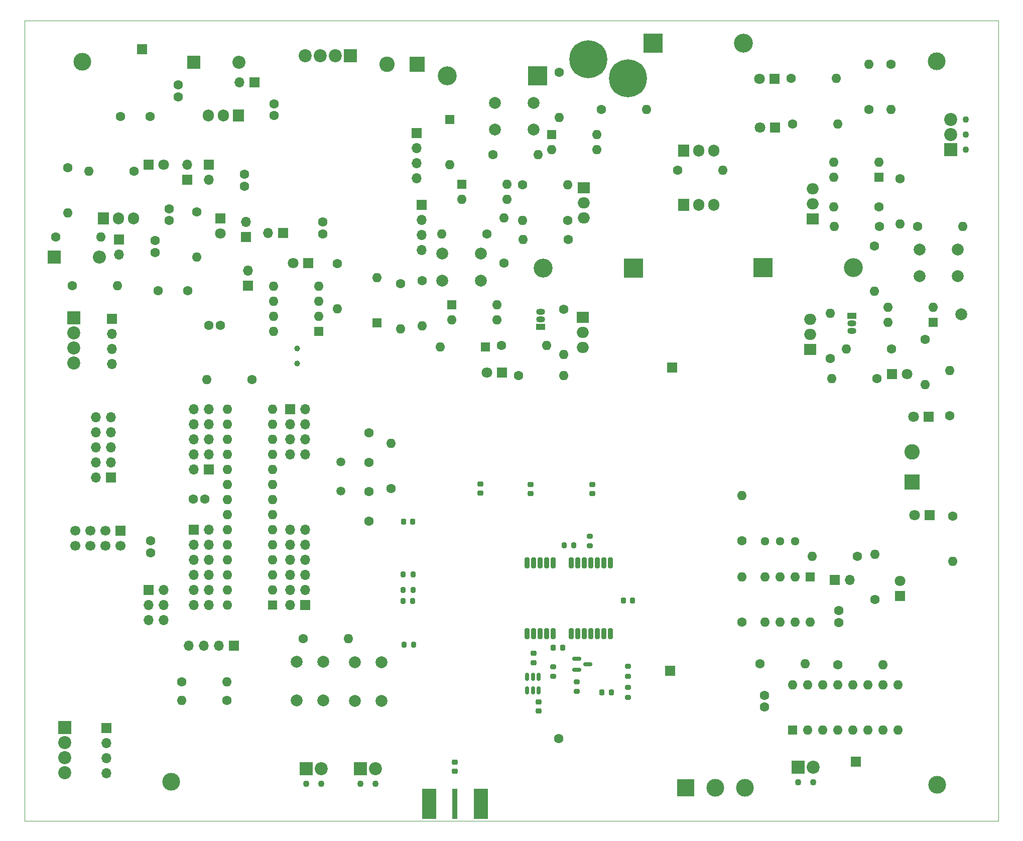
<source format=gbr>
%TF.GenerationSoftware,KiCad,Pcbnew,8.0.1*%
%TF.CreationDate,2024-05-13T23:23:48+02:00*%
%TF.ProjectId,Tracker,54726163-6b65-4722-9e6b-696361645f70,rev?*%
%TF.SameCoordinates,PX2857260PY98c9c50*%
%TF.FileFunction,Soldermask,Bot*%
%TF.FilePolarity,Negative*%
%FSLAX46Y46*%
G04 Gerber Fmt 4.6, Leading zero omitted, Abs format (unit mm)*
G04 Created by KiCad (PCBNEW 8.0.1) date 2024-05-13 23:23:48*
%MOMM*%
%LPD*%
G01*
G04 APERTURE LIST*
G04 Aperture macros list*
%AMRoundRect*
0 Rectangle with rounded corners*
0 $1 Rounding radius*
0 $2 $3 $4 $5 $6 $7 $8 $9 X,Y pos of 4 corners*
0 Add a 4 corners polygon primitive as box body*
4,1,4,$2,$3,$4,$5,$6,$7,$8,$9,$2,$3,0*
0 Add four circle primitives for the rounded corners*
1,1,$1+$1,$2,$3*
1,1,$1+$1,$4,$5*
1,1,$1+$1,$6,$7*
1,1,$1+$1,$8,$9*
0 Add four rect primitives between the rounded corners*
20,1,$1+$1,$2,$3,$4,$5,0*
20,1,$1+$1,$4,$5,$6,$7,0*
20,1,$1+$1,$6,$7,$8,$9,0*
20,1,$1+$1,$8,$9,$2,$3,0*%
G04 Aperture macros list end*
%ADD10RoundRect,0.200000X0.200000X-0.700000X0.200000X0.700000X-0.200000X0.700000X-0.200000X-0.700000X0*%
%ADD11R,1.600000X1.600000*%
%ADD12O,1.600000X1.600000*%
%ADD13R,1.700000X1.700000*%
%ADD14O,1.700000X1.700000*%
%ADD15R,1.800000X1.800000*%
%ADD16C,1.800000*%
%ADD17C,1.600000*%
%ADD18R,2.000000X1.905000*%
%ADD19O,2.000000X1.905000*%
%ADD20R,3.200000X3.200000*%
%ADD21O,3.200000X3.200000*%
%ADD22R,2.200000X2.200000*%
%ADD23O,2.200000X2.200000*%
%ADD24R,3.000000X3.000000*%
%ADD25C,3.000000*%
%ADD26C,1.100000*%
%ADD27C,2.200000*%
%ADD28R,1.905000X2.000000*%
%ADD29O,1.905000X2.000000*%
%ADD30C,1.000000*%
%ADD31C,6.400000*%
%ADD32C,2.000000*%
%ADD33C,1.440000*%
%ADD34R,1.500000X1.050000*%
%ADD35O,1.500000X1.050000*%
%ADD36R,2.600000X2.600000*%
%ADD37C,2.600000*%
%ADD38C,1.500000*%
%ADD39C,1.700000*%
%ADD40RoundRect,0.200000X-0.200000X-0.275000X0.200000X-0.275000X0.200000X0.275000X-0.200000X0.275000X0*%
%ADD41RoundRect,0.200000X0.275000X-0.200000X0.275000X0.200000X-0.275000X0.200000X-0.275000X-0.200000X0*%
%ADD42RoundRect,0.218750X-0.256250X0.218750X-0.256250X-0.218750X0.256250X-0.218750X0.256250X0.218750X0*%
%ADD43RoundRect,0.150000X0.150000X-0.512500X0.150000X0.512500X-0.150000X0.512500X-0.150000X-0.512500X0*%
%ADD44RoundRect,0.225000X0.250000X-0.225000X0.250000X0.225000X-0.250000X0.225000X-0.250000X-0.225000X0*%
%ADD45RoundRect,0.200000X0.200000X0.275000X-0.200000X0.275000X-0.200000X-0.275000X0.200000X-0.275000X0*%
%ADD46RoundRect,0.150000X-0.587500X-0.150000X0.587500X-0.150000X0.587500X0.150000X-0.587500X0.150000X0*%
%ADD47RoundRect,0.225000X0.225000X0.250000X-0.225000X0.250000X-0.225000X-0.250000X0.225000X-0.250000X0*%
%ADD48R,0.914400X5.072800*%
%ADD49R,2.420000X5.080000*%
%ADD50RoundRect,0.218750X-0.218750X-0.256250X0.218750X-0.256250X0.218750X0.256250X-0.218750X0.256250X0*%
%TA.AperFunction,Profile*%
%ADD51C,0.100000*%
%TD*%
G04 APERTURE END LIST*
D10*
%TO.C,U8*%
X98800000Y31530000D03*
X97700000Y31530000D03*
X96600000Y31530000D03*
X95500000Y31530000D03*
X94400000Y31530000D03*
X93300000Y31530000D03*
X92200000Y31530000D03*
X89200000Y31530000D03*
X88100000Y31530000D03*
X87000000Y31530000D03*
X85900000Y31530000D03*
X84800000Y31530000D03*
X84800000Y43530000D03*
X85900000Y43530000D03*
X87000000Y43530000D03*
X88100000Y43530000D03*
X89200000Y43530000D03*
X92200000Y43530000D03*
X93300000Y43530000D03*
X94400000Y43530000D03*
X95500000Y43530000D03*
X96600000Y43530000D03*
X97700000Y43530000D03*
X98800000Y43530000D03*
%TD*%
D11*
%TO.C,U3*%
X144115000Y108525000D03*
D12*
X144115000Y111065000D03*
X136495000Y111065000D03*
X136495000Y108525000D03*
%TD*%
D13*
%TO.C,JP5*%
X37330000Y98455000D03*
D14*
X37330000Y100995000D03*
%TD*%
D15*
%TO.C,D12*%
X47890000Y94010000D03*
D16*
X45350000Y94010000D03*
%TD*%
D13*
%TO.C,J20*%
X28580000Y49060000D03*
D14*
X31120000Y49060000D03*
X28580000Y46520000D03*
X31120000Y46520000D03*
X28580000Y43980000D03*
X31120000Y43980000D03*
X28580000Y41440000D03*
X31120000Y41440000D03*
X28580000Y38900000D03*
X31120000Y38900000D03*
X28580000Y36360000D03*
X31120000Y36360000D03*
%TD*%
D17*
%TO.C,C10*%
X21230000Y118790000D03*
X16230000Y118790000D03*
%TD*%
D18*
%TO.C,Q2*%
X94370000Y106775000D03*
D19*
X94370000Y104235000D03*
X94370000Y101695000D03*
%TD*%
D13*
%TO.C,JP3*%
X27440000Y108075000D03*
D14*
X27440000Y110615000D03*
%TD*%
D17*
%TO.C,R20*%
X83332000Y75046000D03*
D12*
X90952000Y75046000D03*
%TD*%
D20*
%TO.C,D5*%
X124543000Y93299000D03*
D21*
X139783000Y93299000D03*
%TD*%
D13*
%TO.C,J11*%
X31140000Y59260000D03*
D14*
X28600000Y59260000D03*
X31140000Y61800000D03*
X28600000Y61800000D03*
X31140000Y64340000D03*
X28600000Y64340000D03*
X31140000Y66880000D03*
X28600000Y66880000D03*
X31140000Y69420000D03*
X28600000Y69420000D03*
%TD*%
D17*
%TO.C,R2*%
X129277000Y125184000D03*
D12*
X136897000Y125184000D03*
%TD*%
D17*
%TO.C,R48*%
X7320000Y110140000D03*
D12*
X7320000Y102520000D03*
%TD*%
D22*
%TO.C,D17*%
X5040000Y95020000D03*
D23*
X12660000Y95020000D03*
%TD*%
D11*
%TO.C,U2*%
X73770000Y107375000D03*
D12*
X73770000Y104835000D03*
X81390000Y104835000D03*
X81390000Y107375000D03*
%TD*%
D13*
%TO.C,J14*%
X35310000Y29570000D03*
D14*
X32770000Y29570000D03*
X30230000Y29570000D03*
X27690000Y29570000D03*
%TD*%
D17*
%TO.C,R50*%
X121060000Y33550000D03*
D12*
X121060000Y41170000D03*
%TD*%
D13*
%TO.C,J17*%
X109260000Y76410000D03*
%TD*%
D24*
%TO.C,RV1*%
X111560000Y5610000D03*
D25*
X116560000Y5610000D03*
X121560000Y5610000D03*
%TD*%
D17*
%TO.C,R4*%
X78990000Y112320000D03*
D12*
X86610000Y112320000D03*
%TD*%
D15*
%TO.C,D1*%
X126512000Y125084000D03*
D16*
X123972000Y125084000D03*
%TD*%
D11*
%TO.C,U1*%
X88920000Y115686000D03*
D12*
X88920000Y113146000D03*
X96540000Y113146000D03*
X96540000Y115686000D03*
%TD*%
D13*
%TO.C,JP4*%
X43617500Y99150000D03*
D14*
X41077500Y99150000D03*
%TD*%
D17*
%TO.C,R41*%
X5240000Y98470000D03*
D12*
X12860000Y98470000D03*
%TD*%
D25*
%TO.C,H4*%
X153980000Y6090000D03*
%TD*%
D17*
%TO.C,C15*%
X22550000Y89350000D03*
X27550000Y89350000D03*
%TD*%
%TO.C,R25*%
X90235000Y126185000D03*
D12*
X90235000Y118565000D03*
%TD*%
D20*
%TO.C,D14*%
X86520000Y125625000D03*
D21*
X71280000Y125625000D03*
%TD*%
D13*
%TO.C,JP7*%
X37740000Y90270000D03*
D14*
X37740000Y92810000D03*
%TD*%
D17*
%TO.C,C1*%
X30450000Y54285000D03*
X28450000Y54285000D03*
%TD*%
%TO.C,R52*%
X140470000Y44590000D03*
D12*
X132850000Y44590000D03*
%TD*%
D26*
%TO.C,J6*%
X130460000Y6520000D03*
X133000000Y6520000D03*
D22*
X130460000Y9060000D03*
D27*
X133000000Y9060000D03*
%TD*%
D13*
%TO.C,J24*%
X13790000Y15680000D03*
D14*
X13790000Y13140000D03*
X13790000Y10600000D03*
X13790000Y8060000D03*
%TD*%
D13*
%TO.C,JP1*%
X38795000Y124490000D03*
D14*
X36255000Y124490000D03*
%TD*%
D13*
%TO.C,JP2*%
X31100000Y110620000D03*
D14*
X31100000Y108080000D03*
%TD*%
D20*
%TO.C,D20*%
X106020000Y131090000D03*
D21*
X121260000Y131090000D03*
%TD*%
D17*
%TO.C,R12*%
X91745000Y98025000D03*
D12*
X84125000Y98025000D03*
%TD*%
D17*
%TO.C,C7*%
X58150000Y65430000D03*
X58150000Y60430000D03*
%TD*%
D28*
%TO.C,Q1*%
X111165000Y113025000D03*
D29*
X113705000Y113025000D03*
X116245000Y113025000D03*
%TD*%
D15*
%TO.C,D2*%
X126595000Y116900000D03*
D16*
X124055000Y116900000D03*
%TD*%
D15*
%TO.C,D6*%
X80538000Y75554000D03*
D16*
X77998000Y75554000D03*
%TD*%
D17*
%TO.C,R32*%
X47010000Y30720000D03*
D12*
X54630000Y30720000D03*
%TD*%
D17*
%TO.C,R6*%
X91630000Y101250000D03*
D12*
X84010000Y101250000D03*
%TD*%
D11*
%TO.C,U40*%
X129560000Y15270000D03*
D12*
X132100000Y15270000D03*
X134640000Y15270000D03*
X137180000Y15270000D03*
X139720000Y15270000D03*
X142260000Y15270000D03*
X144800000Y15270000D03*
X147340000Y15270000D03*
X147340000Y22890000D03*
X144800000Y22890000D03*
X142260000Y22890000D03*
X139720000Y22890000D03*
X137180000Y22890000D03*
X134640000Y22890000D03*
X132100000Y22890000D03*
X129560000Y22890000D03*
%TD*%
D11*
%TO.C,U4*%
X72070000Y87025000D03*
D12*
X72070000Y84485000D03*
X79690000Y84485000D03*
X79690000Y87025000D03*
%TD*%
D28*
%TO.C,U13*%
X13360000Y101540000D03*
D29*
X15900000Y101540000D03*
X18440000Y101540000D03*
%TD*%
D17*
%TO.C,R16*%
X90920000Y86235000D03*
D12*
X90920000Y78615000D03*
%TD*%
D25*
%TO.C,H1*%
X24760000Y6590000D03*
%TD*%
D11*
%TO.C,D10*%
X77744000Y79872000D03*
D12*
X70124000Y79872000D03*
%TD*%
D13*
%TO.C,J12*%
X47370000Y36400000D03*
D14*
X44830000Y36400000D03*
X47370000Y38940000D03*
X44830000Y38940000D03*
X47370000Y41480000D03*
X44830000Y41480000D03*
X47370000Y44020000D03*
X44830000Y44020000D03*
X47370000Y46560000D03*
X44830000Y46560000D03*
X47370000Y49100000D03*
X44830000Y49100000D03*
%TD*%
D22*
%TO.C,J25*%
X6820000Y15740000D03*
D27*
X6820000Y13200000D03*
X6820000Y10660000D03*
X6820000Y8120000D03*
%TD*%
D22*
%TO.C,J4*%
X8310000Y84830000D03*
D27*
X8310000Y82290000D03*
X8310000Y79750000D03*
X8310000Y77210000D03*
%TD*%
D17*
%TO.C,R28*%
X143440000Y37330000D03*
D12*
X143440000Y44950000D03*
%TD*%
D30*
%TO.C,Y2*%
X46010000Y79630000D03*
X46010000Y77090000D03*
%TD*%
D22*
%TO.C,D24*%
X28600000Y127950000D03*
D23*
X36220000Y127950000D03*
%TD*%
D13*
%TO.C,J18*%
X108950000Y25270000D03*
%TD*%
%TO.C,JP8*%
X136720000Y40650000D03*
D14*
X139260000Y40650000D03*
%TD*%
D17*
%TO.C,C19*%
X21290000Y45230000D03*
X21290000Y47230000D03*
%TD*%
D18*
%TO.C,Q5*%
X132568000Y79480000D03*
D19*
X132568000Y82020000D03*
X132568000Y84560000D03*
%TD*%
D17*
%TO.C,R8*%
X80895000Y94040000D03*
D12*
X80895000Y101660000D03*
%TD*%
D31*
%TO.C,H10*%
X101800000Y125170000D03*
%TD*%
D17*
%TO.C,R9*%
X84010000Y107275000D03*
D12*
X91630000Y107275000D03*
%TD*%
D17*
%TO.C,R24*%
X150642000Y100192000D03*
D12*
X158262000Y100192000D03*
%TD*%
D17*
%TO.C,R27*%
X52810000Y93990000D03*
D12*
X52810000Y86370000D03*
%TD*%
D17*
%TO.C,R3*%
X129560000Y117475000D03*
D12*
X137180000Y117475000D03*
%TD*%
D11*
%TO.C,U41*%
X132550000Y41140000D03*
D12*
X130010000Y41140000D03*
X127470000Y41140000D03*
X124930000Y41140000D03*
X124930000Y33520000D03*
X127470000Y33520000D03*
X130010000Y33520000D03*
X132550000Y33520000D03*
%TD*%
D13*
%TO.C,J23*%
X66170000Y115980000D03*
D14*
X66170000Y113440000D03*
X66170000Y110900000D03*
X66170000Y108360000D03*
%TD*%
D17*
%TO.C,C13*%
X50357500Y98960000D03*
X50357500Y100960000D03*
%TD*%
%TO.C,R18*%
X80460000Y80200000D03*
D12*
X88080000Y80200000D03*
%TD*%
D17*
%TO.C,R105*%
X63440000Y90586000D03*
D12*
X63440000Y82966000D03*
%TD*%
D17*
%TO.C,C9*%
X25920000Y122110000D03*
X25920000Y124110000D03*
%TD*%
%TO.C,R301*%
X146130000Y127550000D03*
D12*
X146130000Y119930000D03*
%TD*%
D32*
%TO.C,SW5*%
X50430000Y26810000D03*
X50430000Y20310000D03*
X45930000Y26810000D03*
X45930000Y20310000D03*
%TD*%
D17*
%TO.C,R40*%
X18460000Y109570000D03*
D12*
X10840000Y109570000D03*
%TD*%
D15*
%TO.C,D15*%
X20945000Y110630000D03*
D16*
X23485000Y110630000D03*
%TD*%
D25*
%TO.C,H2*%
X9770000Y128030000D03*
%TD*%
D17*
%TO.C,R19*%
X146245000Y79525000D03*
D12*
X138625000Y79525000D03*
%TD*%
D17*
%TO.C,R31*%
X26520000Y23420000D03*
D12*
X34140000Y23420000D03*
%TD*%
D26*
%TO.C,J8*%
X47530000Y6260000D03*
X50070000Y6260000D03*
D22*
X47530000Y8800000D03*
D27*
X50070000Y8800000D03*
%TD*%
D33*
%TO.C,RV2*%
X130010000Y47130000D03*
X127470000Y47130000D03*
X124930000Y47130000D03*
%TD*%
D17*
%TO.C,R201*%
X137160000Y26290000D03*
D12*
X144780000Y26290000D03*
%TD*%
D13*
%TO.C,JP6*%
X15960000Y98045000D03*
D14*
X15960000Y95505000D03*
%TD*%
D34*
%TO.C,Q6*%
X87055000Y83305000D03*
D35*
X87055000Y84575000D03*
X87055000Y85845000D03*
%TD*%
D25*
%TO.C,H3*%
X153890000Y128080000D03*
%TD*%
D15*
%TO.C,D8*%
X152655000Y51510000D03*
D16*
X150115000Y51510000D03*
%TD*%
D17*
%TO.C,R10*%
X144130000Y103500000D03*
D12*
X136510000Y103500000D03*
%TD*%
D17*
%TO.C,R30*%
X34140000Y20290000D03*
D12*
X26520000Y20290000D03*
%TD*%
D17*
%TO.C,R26*%
X77998000Y98922000D03*
D12*
X70378000Y98922000D03*
%TD*%
D17*
%TO.C,R5*%
X97290000Y119940000D03*
D12*
X104910000Y119940000D03*
%TD*%
D17*
%TO.C,C12*%
X37147500Y108990000D03*
X37147500Y106990000D03*
%TD*%
D32*
%TO.C,H8*%
X158050000Y85420000D03*
%TD*%
D28*
%TO.C,U11*%
X36120000Y118960000D03*
D29*
X33580000Y118960000D03*
X31040000Y118960000D03*
%TD*%
D17*
%TO.C,R17*%
X135910000Y77990000D03*
D12*
X135910000Y85610000D03*
%TD*%
D17*
%TO.C,C11*%
X24400000Y103220000D03*
X24400000Y101220000D03*
%TD*%
D15*
%TO.C,D9*%
X152550000Y68130000D03*
D16*
X150010000Y68130000D03*
%TD*%
D17*
%TO.C,R23*%
X156080000Y68340000D03*
D12*
X156080000Y75960000D03*
%TD*%
D36*
%TO.C,J3*%
X149720000Y57160000D03*
D37*
X149720000Y62240000D03*
%TD*%
D15*
%TO.C,D7*%
X146314000Y75300000D03*
D16*
X148854000Y75300000D03*
%TD*%
D32*
%TO.C,SW2*%
X157448000Y91846000D03*
X150948000Y91846000D03*
X157448000Y96346000D03*
X150948000Y96346000D03*
%TD*%
D15*
%TO.C,D18*%
X147710000Y37900000D03*
D16*
X147710000Y40440000D03*
%TD*%
D26*
%TO.C,J5*%
X56700000Y6260000D03*
X59240000Y6260000D03*
D22*
X56700000Y8800000D03*
D27*
X59240000Y8800000D03*
%TD*%
D28*
%TO.C,D3*%
X111165000Y103900000D03*
D29*
X113705000Y103900000D03*
X116245000Y103900000D03*
%TD*%
D17*
%TO.C,C17*%
X31090000Y83560000D03*
X33090000Y83560000D03*
%TD*%
D11*
%TO.C,D11*%
X59456000Y83936000D03*
D12*
X59456000Y91556000D03*
%TD*%
D17*
%TO.C,R15*%
X151912000Y81142000D03*
D12*
X151912000Y73522000D03*
%TD*%
D17*
%TO.C,R22*%
X156570000Y51380000D03*
D12*
X156570000Y43760000D03*
%TD*%
D32*
%TO.C,SW1*%
X76982000Y91120000D03*
X70482000Y91120000D03*
X76982000Y95620000D03*
X70482000Y95620000D03*
%TD*%
D11*
%TO.C,D13*%
X71770000Y118240000D03*
D12*
X71770000Y110620000D03*
%TD*%
D11*
%TO.C,U9*%
X41870000Y36380000D03*
D12*
X41870000Y38920000D03*
X41870000Y41460000D03*
X41870000Y44000000D03*
X41870000Y46540000D03*
X41870000Y49080000D03*
X41870000Y51620000D03*
X41870000Y54160000D03*
X41870000Y56700000D03*
X41870000Y59240000D03*
X41870000Y61780000D03*
X41870000Y64320000D03*
X41870000Y66860000D03*
X41870000Y69400000D03*
X34250000Y69400000D03*
X34250000Y66860000D03*
X34250000Y64320000D03*
X34250000Y61780000D03*
X34250000Y59240000D03*
X34250000Y56700000D03*
X34250000Y54160000D03*
X34250000Y51620000D03*
X34250000Y49080000D03*
X34250000Y46540000D03*
X34250000Y44000000D03*
X34250000Y41460000D03*
X34250000Y38920000D03*
X34250000Y36380000D03*
%TD*%
D17*
%TO.C,R51*%
X120990000Y47200000D03*
D12*
X120990000Y54820000D03*
%TD*%
D36*
%TO.C,J1*%
X66230000Y127600000D03*
D37*
X61150000Y127600000D03*
%TD*%
D13*
%TO.C,J2*%
X66960000Y103880000D03*
D14*
X66960000Y101340000D03*
X66960000Y98800000D03*
X66960000Y96260000D03*
%TD*%
D13*
%TO.C,J10*%
X14800000Y84670000D03*
D14*
X14800000Y82130000D03*
X14800000Y79590000D03*
X14800000Y77050000D03*
%TD*%
D17*
%TO.C,R205*%
X124070000Y26440000D03*
D12*
X131690000Y26440000D03*
%TD*%
D17*
%TO.C,R13*%
X143385000Y96960000D03*
D12*
X143385000Y89340000D03*
%TD*%
D26*
%TO.C,J9*%
X158810000Y113180000D03*
X158810000Y115720000D03*
X158810000Y118260000D03*
D22*
X156270000Y113180000D03*
D27*
X156270000Y115720000D03*
X156270000Y118260000D03*
%TD*%
D17*
%TO.C,C6*%
X58130000Y50540000D03*
X58130000Y55540000D03*
%TD*%
D13*
%TO.C,J15*%
X14580000Y57870000D03*
D14*
X12040000Y57870000D03*
X14580000Y60410000D03*
X12040000Y60410000D03*
X14580000Y62950000D03*
X12040000Y62950000D03*
X14580000Y65490000D03*
X12040000Y65490000D03*
X14580000Y68030000D03*
X12040000Y68030000D03*
%TD*%
D11*
%TO.C,U5*%
X153270000Y84025000D03*
D12*
X153270000Y86565000D03*
X145650000Y86565000D03*
X145650000Y84025000D03*
%TD*%
D17*
%TO.C,C14*%
X22020000Y97830000D03*
X22020000Y95830000D03*
%TD*%
D13*
%TO.C,J22*%
X44790000Y69380000D03*
D14*
X47330000Y69380000D03*
X44790000Y66840000D03*
X47330000Y66840000D03*
X44790000Y64300000D03*
X47330000Y64300000D03*
X44790000Y61760000D03*
X47330000Y61760000D03*
%TD*%
D31*
%TO.C,H9*%
X95140000Y128400000D03*
%TD*%
D17*
%TO.C,R29*%
X38410000Y74390000D03*
D12*
X30790000Y74390000D03*
%TD*%
D17*
%TO.C,R200*%
X61870000Y56010000D03*
D12*
X61870000Y63630000D03*
%TD*%
D17*
%TO.C,C4*%
X137400000Y33420000D03*
X137400000Y35420000D03*
%TD*%
%TO.C,R43*%
X8100000Y90260000D03*
D12*
X15720000Y90260000D03*
%TD*%
D13*
%TO.C,J19*%
X19830000Y130140000D03*
%TD*%
D15*
%TO.C,D16*%
X33050000Y101590000D03*
D16*
X33050000Y99050000D03*
%TD*%
D13*
%TO.C,J13*%
X140210000Y9940000D03*
%TD*%
D32*
%TO.C,SW3*%
X85845000Y116550000D03*
X79345000Y116550000D03*
X85845000Y121050000D03*
X79345000Y121050000D03*
%TD*%
D18*
%TO.C,Q4*%
X94186000Y84906000D03*
D19*
X94186000Y82366000D03*
X94186000Y79826000D03*
%TD*%
D17*
%TO.C,C8*%
X42090000Y118900000D03*
X42090000Y120900000D03*
%TD*%
D38*
%TO.C,Y1*%
X53410000Y60480000D03*
X53410000Y55600000D03*
%TD*%
D13*
%TO.C,U6*%
X16180000Y48880000D03*
D39*
X16180000Y46340000D03*
X13640000Y48880000D03*
X13640000Y46340000D03*
X11100000Y48880000D03*
X11100000Y46340000D03*
X8560000Y48880000D03*
X8560000Y46340000D03*
%TD*%
D22*
%TO.C,J7*%
X54940000Y129040000D03*
D27*
X52400000Y129040000D03*
X49860000Y129040000D03*
X47320000Y129040000D03*
%TD*%
D34*
%TO.C,Q7*%
X139595000Y85150000D03*
D35*
X139595000Y83880000D03*
X139595000Y82610000D03*
%TD*%
D17*
%TO.C,R300*%
X142480000Y119980000D03*
D12*
X142480000Y127600000D03*
%TD*%
D17*
%TO.C,R42*%
X29090000Y102720000D03*
D12*
X29090000Y95100000D03*
%TD*%
D17*
%TO.C,R1*%
X110185000Y109725000D03*
D12*
X117805000Y109725000D03*
%TD*%
D17*
%TO.C,R14*%
X67076000Y91048000D03*
D12*
X67076000Y83428000D03*
%TD*%
D11*
%TO.C,U14*%
X49680000Y82570000D03*
D12*
X49680000Y85110000D03*
X49680000Y87650000D03*
X49680000Y90190000D03*
X42060000Y90190000D03*
X42060000Y87650000D03*
X42060000Y85110000D03*
X42060000Y82570000D03*
%TD*%
D20*
%TO.C,D4*%
X102740000Y93200000D03*
D21*
X87500000Y93200000D03*
%TD*%
D17*
%TO.C,R21*%
X143784000Y74538000D03*
D12*
X136164000Y74538000D03*
%TD*%
D17*
%TO.C,R11*%
X147695000Y108235000D03*
D12*
X147695000Y100615000D03*
%TD*%
D32*
%TO.C,SW4*%
X60260000Y26710000D03*
X60260000Y20210000D03*
X55760000Y26710000D03*
X55760000Y20210000D03*
%TD*%
D18*
%TO.C,Q3*%
X132965000Y101517000D03*
D19*
X132965000Y104057000D03*
X132965000Y106597000D03*
%TD*%
D17*
%TO.C,AE1*%
X90110000Y13880000D03*
%TD*%
D13*
%TO.C,J16*%
X20930000Y38900000D03*
D14*
X23470000Y38900000D03*
X20930000Y36360000D03*
X23470000Y36360000D03*
X20930000Y33820000D03*
X23470000Y33820000D03*
%TD*%
D17*
%TO.C,R7*%
X144195000Y100250000D03*
D12*
X136575000Y100250000D03*
%TD*%
D17*
%TO.C,C2*%
X124800000Y21170000D03*
X124800000Y19170000D03*
%TD*%
D40*
%TO.C,R35*%
X63870000Y41530000D03*
X65520000Y41530000D03*
%TD*%
D41*
%TO.C,R38*%
X101810000Y20850000D03*
X101810000Y22500000D03*
%TD*%
D40*
%TO.C,R36*%
X63905000Y38910000D03*
X65555000Y38910000D03*
%TD*%
D42*
%TO.C,L3*%
X95780000Y56737500D03*
X95780000Y55162500D03*
%TD*%
D40*
%TO.C,R100*%
X91040000Y46420000D03*
X92690000Y46420000D03*
%TD*%
D43*
%TO.C,U7*%
X86712500Y21962500D03*
X85762500Y21962500D03*
X84812500Y21962500D03*
X84812500Y24237500D03*
X85762500Y24237500D03*
X86712500Y24237500D03*
%TD*%
D42*
%TO.C,L4*%
X85350000Y56747500D03*
X85350000Y55172500D03*
%TD*%
D41*
%TO.C,R34*%
X93150000Y21800000D03*
X93150000Y23450000D03*
%TD*%
%TO.C,R101*%
X95330000Y46370000D03*
X95330000Y48020000D03*
%TD*%
D44*
%TO.C,C20*%
X72610000Y8350000D03*
X72610000Y9900000D03*
%TD*%
D45*
%TO.C,R44*%
X65680000Y29710000D03*
X64030000Y29710000D03*
%TD*%
D46*
%TO.C,Q9*%
X93150000Y25440000D03*
X93150000Y27340000D03*
X95025000Y26390000D03*
%TD*%
D47*
%TO.C,C16*%
X90760000Y29180000D03*
X89210000Y29180000D03*
%TD*%
D41*
%TO.C,R39*%
X101770000Y24385000D03*
X101770000Y26035000D03*
%TD*%
D42*
%TO.C,L2*%
X76910000Y56817500D03*
X76910000Y55242500D03*
%TD*%
D48*
%TO.C,J100*%
X72620000Y2882800D03*
D49*
X68240000Y2890000D03*
X77000000Y2890000D03*
%TD*%
D44*
%TO.C,C22*%
X86690000Y18510000D03*
X86690000Y20060000D03*
%TD*%
%TO.C,C23*%
X85850000Y26675000D03*
X85850000Y28225000D03*
%TD*%
D41*
%TO.C,R33*%
X89220000Y24340000D03*
X89220000Y25990000D03*
%TD*%
D47*
%TO.C,C18*%
X102575000Y37120000D03*
X101025000Y37120000D03*
%TD*%
D50*
%TO.C,L1*%
X63922500Y50460000D03*
X65497500Y50460000D03*
%TD*%
%TO.C,D19*%
X97435000Y21660000D03*
X99010000Y21660000D03*
%TD*%
D45*
%TO.C,R37*%
X65505000Y37100000D03*
X63855000Y37100000D03*
%TD*%
D51*
X40000Y134960000D02*
X164300000Y134960000D01*
X164300000Y20000D01*
X40000Y20000D01*
X40000Y134960000D01*
M02*

</source>
